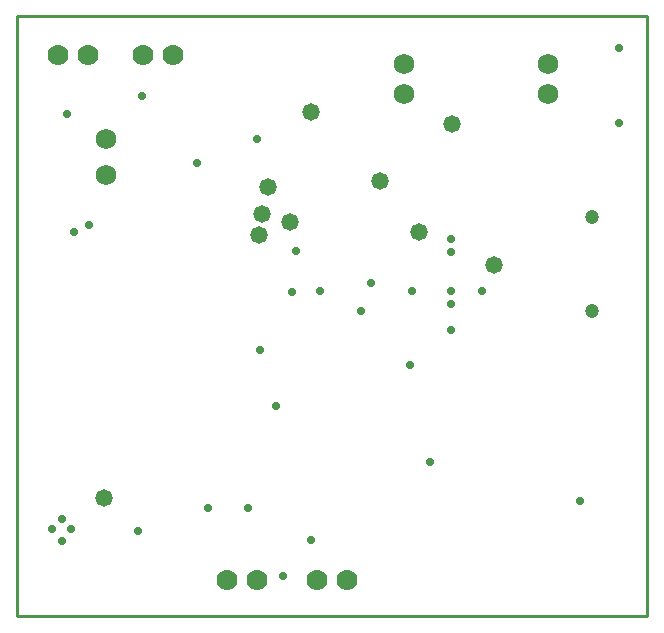
<source format=gbs>
G04*
G04 #@! TF.GenerationSoftware,Altium Limited,Altium Designer,22.6.1 (34)*
G04*
G04 Layer_Color=16711935*
%FSLAX25Y25*%
%MOIN*%
G70*
G04*
G04 #@! TF.SameCoordinates,25FD31E9-3CFC-4910-949B-E761997E39EF*
G04*
G04*
G04 #@! TF.FilePolarity,Negative*
G04*
G01*
G75*
%ADD12C,0.01000*%
%ADD59C,0.04737*%
%ADD60C,0.06800*%
%ADD61C,0.07000*%
%ADD62C,0.02800*%
%ADD63C,0.05800*%
D12*
X281000Y260500D02*
X491000D01*
X281000Y460500D02*
X491000D01*
Y260500D02*
Y460500D01*
X281000Y260500D02*
Y460500D01*
D59*
X472700Y393700D02*
D03*
Y362300D02*
D03*
D60*
X410000Y444500D02*
D03*
Y434500D02*
D03*
X458000D02*
D03*
Y444500D02*
D03*
X310500Y407689D02*
D03*
Y419500D02*
D03*
D61*
X381000Y272500D02*
D03*
X391000D02*
D03*
X361000D02*
D03*
X351000D02*
D03*
X294500Y447500D02*
D03*
X304500D02*
D03*
X323000D02*
D03*
X333000D02*
D03*
D62*
X399000Y371700D02*
D03*
X425500Y369100D02*
D03*
X412600Y369000D02*
D03*
X372500Y368600D02*
D03*
X361800Y349400D02*
D03*
X395400Y362200D02*
D03*
X425600Y356000D02*
D03*
Y364600D02*
D03*
Y386200D02*
D03*
X361000Y419500D02*
D03*
X321098Y289000D02*
D03*
X299000Y289500D02*
D03*
X292500D02*
D03*
X296000Y285500D02*
D03*
Y293000D02*
D03*
X344500Y296500D02*
D03*
X358000D02*
D03*
X379000Y286000D02*
D03*
X374000Y382300D02*
D03*
X425600Y382000D02*
D03*
X381800Y368900D02*
D03*
X367100Y330500D02*
D03*
X369500Y274000D02*
D03*
X468500Y299000D02*
D03*
X412000Y344400D02*
D03*
X418700Y312000D02*
D03*
X297500Y428000D02*
D03*
X322500Y434000D02*
D03*
X481500Y425000D02*
D03*
Y450000D02*
D03*
X435900Y369000D02*
D03*
X341000Y411500D02*
D03*
X300000Y388500D02*
D03*
X305000Y391000D02*
D03*
D63*
X371900Y392000D02*
D03*
X401900Y405800D02*
D03*
X415000Y388600D02*
D03*
X439800Y377500D02*
D03*
X362500Y394500D02*
D03*
X361500Y387500D02*
D03*
X426000Y424500D02*
D03*
X379000Y428500D02*
D03*
X364500Y403500D02*
D03*
X310000Y300000D02*
D03*
M02*

</source>
